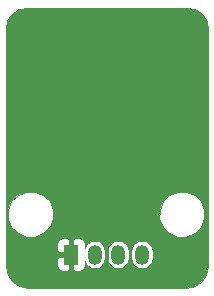
<source format=gbl>
%TF.GenerationSoftware,KiCad,Pcbnew,4.0.7-e2-6376~58~ubuntu16.04.1*%
%TF.CreationDate,2018-01-20T15:51:19+01:00*%
%TF.ProjectId,RGBModule,5247424D6F64756C652E6B696361645F,rev?*%
%TF.FileFunction,Copper,L2,Bot,Signal*%
%FSLAX46Y46*%
G04 Gerber Fmt 4.6, Leading zero omitted, Abs format (unit mm)*
G04 Created by KiCad (PCBNEW 4.0.7-e2-6376~58~ubuntu16.04.1) date Sat Jan 20 15:51:19 2018*
%MOMM*%
%LPD*%
G01*
G04 APERTURE LIST*
%ADD10C,0.100000*%
%ADD11R,1.200000X1.700000*%
%ADD12O,1.200000X1.700000*%
G04 APERTURE END LIST*
D10*
D11*
X5842000Y-21209000D03*
D12*
X7842000Y-21209000D03*
X9842000Y-21209000D03*
X11842000Y-21209000D03*
D10*
G36*
X16324892Y-459654D02*
X16921623Y-858377D01*
X17320346Y-1455108D01*
X17466500Y-2189875D01*
X17466500Y-22185314D01*
X17269318Y-22951633D01*
X16807509Y-23566038D01*
X16145728Y-23956949D01*
X15344888Y-24070500D01*
X2198686Y-24070500D01*
X1432367Y-23873318D01*
X817962Y-23411509D01*
X427051Y-22749728D01*
X313500Y-21948888D01*
X313500Y-21552500D01*
X4684000Y-21552500D01*
X4684000Y-22169993D01*
X4768951Y-22375082D01*
X4925918Y-22532050D01*
X5131007Y-22617000D01*
X5498500Y-22617000D01*
X5638000Y-22477500D01*
X5638000Y-21413000D01*
X4823500Y-21413000D01*
X4684000Y-21552500D01*
X313500Y-21552500D01*
X313500Y-20248007D01*
X4684000Y-20248007D01*
X4684000Y-20865500D01*
X4823500Y-21005000D01*
X5638000Y-21005000D01*
X5638000Y-19940500D01*
X6046000Y-19940500D01*
X6046000Y-21005000D01*
X6066000Y-21005000D01*
X6066000Y-21413000D01*
X6046000Y-21413000D01*
X6046000Y-22477500D01*
X6185500Y-22617000D01*
X6552993Y-22617000D01*
X6758082Y-22532050D01*
X6915049Y-22375082D01*
X7000000Y-22169993D01*
X7000000Y-21793303D01*
X7006813Y-21827554D01*
X7202775Y-22120833D01*
X7496054Y-22316795D01*
X7842000Y-22385608D01*
X8187946Y-22316795D01*
X8481225Y-22120833D01*
X8677187Y-21827554D01*
X8746000Y-21481608D01*
X8746000Y-20936392D01*
X8938000Y-20936392D01*
X8938000Y-21481608D01*
X9006813Y-21827554D01*
X9202775Y-22120833D01*
X9496054Y-22316795D01*
X9842000Y-22385608D01*
X10187946Y-22316795D01*
X10481225Y-22120833D01*
X10677187Y-21827554D01*
X10746000Y-21481608D01*
X10746000Y-20936392D01*
X10938000Y-20936392D01*
X10938000Y-21481608D01*
X11006813Y-21827554D01*
X11202775Y-22120833D01*
X11496054Y-22316795D01*
X11842000Y-22385608D01*
X12187946Y-22316795D01*
X12481225Y-22120833D01*
X12677187Y-21827554D01*
X12746000Y-21481608D01*
X12746000Y-20936392D01*
X12677187Y-20590446D01*
X12481225Y-20297167D01*
X12187946Y-20101205D01*
X11842000Y-20032392D01*
X11496054Y-20101205D01*
X11202775Y-20297167D01*
X11006813Y-20590446D01*
X10938000Y-20936392D01*
X10746000Y-20936392D01*
X10677187Y-20590446D01*
X10481225Y-20297167D01*
X10187946Y-20101205D01*
X9842000Y-20032392D01*
X9496054Y-20101205D01*
X9202775Y-20297167D01*
X9006813Y-20590446D01*
X8938000Y-20936392D01*
X8746000Y-20936392D01*
X8677187Y-20590446D01*
X8481225Y-20297167D01*
X8187946Y-20101205D01*
X7842000Y-20032392D01*
X7496054Y-20101205D01*
X7202775Y-20297167D01*
X7006813Y-20590446D01*
X7000000Y-20624697D01*
X7000000Y-20248007D01*
X6915049Y-20042918D01*
X6758082Y-19885950D01*
X6552993Y-19801000D01*
X6185500Y-19801000D01*
X6046000Y-19940500D01*
X5638000Y-19940500D01*
X5498500Y-19801000D01*
X5131007Y-19801000D01*
X4925918Y-19885950D01*
X4768951Y-20042918D01*
X4684000Y-20248007D01*
X313500Y-20248007D01*
X313500Y-18157068D01*
X508670Y-18157068D01*
X797926Y-18857121D01*
X1333062Y-19393192D01*
X2032609Y-19683669D01*
X2790068Y-19684330D01*
X3490121Y-19395074D01*
X4026192Y-18859938D01*
X4316669Y-18160391D01*
X4316671Y-18157068D01*
X13335670Y-18157068D01*
X13624926Y-18857121D01*
X14160062Y-19393192D01*
X14859609Y-19683669D01*
X15617068Y-19684330D01*
X16317121Y-19395074D01*
X16853192Y-18859938D01*
X17143669Y-18160391D01*
X17144330Y-17402932D01*
X16855074Y-16702879D01*
X16319938Y-16166808D01*
X15620391Y-15876331D01*
X14862932Y-15875670D01*
X14162879Y-16164926D01*
X13626808Y-16700062D01*
X13336331Y-17399609D01*
X13335670Y-18157068D01*
X4316671Y-18157068D01*
X4317330Y-17402932D01*
X4028074Y-16702879D01*
X3492938Y-16166808D01*
X2793391Y-15876331D01*
X2035932Y-15875670D01*
X1335879Y-16164926D01*
X799808Y-16700062D01*
X509331Y-17399609D01*
X508670Y-18157068D01*
X313500Y-18157068D01*
X313500Y-2189876D01*
X459654Y-1455108D01*
X858377Y-858377D01*
X1455108Y-459654D01*
X2189875Y-313500D01*
X15590124Y-313500D01*
X16324892Y-459654D01*
X16324892Y-459654D01*
G37*
X16324892Y-459654D02*
X16921623Y-858377D01*
X17320346Y-1455108D01*
X17466500Y-2189875D01*
X17466500Y-22185314D01*
X17269318Y-22951633D01*
X16807509Y-23566038D01*
X16145728Y-23956949D01*
X15344888Y-24070500D01*
X2198686Y-24070500D01*
X1432367Y-23873318D01*
X817962Y-23411509D01*
X427051Y-22749728D01*
X313500Y-21948888D01*
X313500Y-21552500D01*
X4684000Y-21552500D01*
X4684000Y-22169993D01*
X4768951Y-22375082D01*
X4925918Y-22532050D01*
X5131007Y-22617000D01*
X5498500Y-22617000D01*
X5638000Y-22477500D01*
X5638000Y-21413000D01*
X4823500Y-21413000D01*
X4684000Y-21552500D01*
X313500Y-21552500D01*
X313500Y-20248007D01*
X4684000Y-20248007D01*
X4684000Y-20865500D01*
X4823500Y-21005000D01*
X5638000Y-21005000D01*
X5638000Y-19940500D01*
X6046000Y-19940500D01*
X6046000Y-21005000D01*
X6066000Y-21005000D01*
X6066000Y-21413000D01*
X6046000Y-21413000D01*
X6046000Y-22477500D01*
X6185500Y-22617000D01*
X6552993Y-22617000D01*
X6758082Y-22532050D01*
X6915049Y-22375082D01*
X7000000Y-22169993D01*
X7000000Y-21793303D01*
X7006813Y-21827554D01*
X7202775Y-22120833D01*
X7496054Y-22316795D01*
X7842000Y-22385608D01*
X8187946Y-22316795D01*
X8481225Y-22120833D01*
X8677187Y-21827554D01*
X8746000Y-21481608D01*
X8746000Y-20936392D01*
X8938000Y-20936392D01*
X8938000Y-21481608D01*
X9006813Y-21827554D01*
X9202775Y-22120833D01*
X9496054Y-22316795D01*
X9842000Y-22385608D01*
X10187946Y-22316795D01*
X10481225Y-22120833D01*
X10677187Y-21827554D01*
X10746000Y-21481608D01*
X10746000Y-20936392D01*
X10938000Y-20936392D01*
X10938000Y-21481608D01*
X11006813Y-21827554D01*
X11202775Y-22120833D01*
X11496054Y-22316795D01*
X11842000Y-22385608D01*
X12187946Y-22316795D01*
X12481225Y-22120833D01*
X12677187Y-21827554D01*
X12746000Y-21481608D01*
X12746000Y-20936392D01*
X12677187Y-20590446D01*
X12481225Y-20297167D01*
X12187946Y-20101205D01*
X11842000Y-20032392D01*
X11496054Y-20101205D01*
X11202775Y-20297167D01*
X11006813Y-20590446D01*
X10938000Y-20936392D01*
X10746000Y-20936392D01*
X10677187Y-20590446D01*
X10481225Y-20297167D01*
X10187946Y-20101205D01*
X9842000Y-20032392D01*
X9496054Y-20101205D01*
X9202775Y-20297167D01*
X9006813Y-20590446D01*
X8938000Y-20936392D01*
X8746000Y-20936392D01*
X8677187Y-20590446D01*
X8481225Y-20297167D01*
X8187946Y-20101205D01*
X7842000Y-20032392D01*
X7496054Y-20101205D01*
X7202775Y-20297167D01*
X7006813Y-20590446D01*
X7000000Y-20624697D01*
X7000000Y-20248007D01*
X6915049Y-20042918D01*
X6758082Y-19885950D01*
X6552993Y-19801000D01*
X6185500Y-19801000D01*
X6046000Y-19940500D01*
X5638000Y-19940500D01*
X5498500Y-19801000D01*
X5131007Y-19801000D01*
X4925918Y-19885950D01*
X4768951Y-20042918D01*
X4684000Y-20248007D01*
X313500Y-20248007D01*
X313500Y-18157068D01*
X508670Y-18157068D01*
X797926Y-18857121D01*
X1333062Y-19393192D01*
X2032609Y-19683669D01*
X2790068Y-19684330D01*
X3490121Y-19395074D01*
X4026192Y-18859938D01*
X4316669Y-18160391D01*
X4316671Y-18157068D01*
X13335670Y-18157068D01*
X13624926Y-18857121D01*
X14160062Y-19393192D01*
X14859609Y-19683669D01*
X15617068Y-19684330D01*
X16317121Y-19395074D01*
X16853192Y-18859938D01*
X17143669Y-18160391D01*
X17144330Y-17402932D01*
X16855074Y-16702879D01*
X16319938Y-16166808D01*
X15620391Y-15876331D01*
X14862932Y-15875670D01*
X14162879Y-16164926D01*
X13626808Y-16700062D01*
X13336331Y-17399609D01*
X13335670Y-18157068D01*
X4316671Y-18157068D01*
X4317330Y-17402932D01*
X4028074Y-16702879D01*
X3492938Y-16166808D01*
X2793391Y-15876331D01*
X2035932Y-15875670D01*
X1335879Y-16164926D01*
X799808Y-16700062D01*
X509331Y-17399609D01*
X508670Y-18157068D01*
X313500Y-18157068D01*
X313500Y-2189876D01*
X459654Y-1455108D01*
X858377Y-858377D01*
X1455108Y-459654D01*
X2189875Y-313500D01*
X15590124Y-313500D01*
X16324892Y-459654D01*
M02*

</source>
